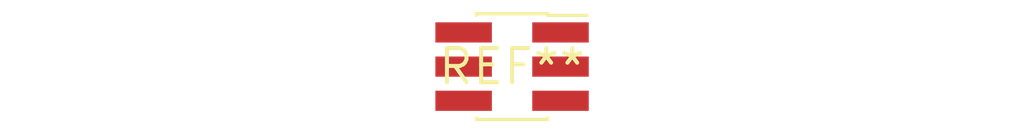
<source format=kicad_pcb>
(kicad_pcb (version 20240108) (generator pcbnew)
  (layers (0 "F.Cu" signal) (31 "B.Cu" signal) (34 "B.Paste" user) (35 "F.Paste" user) (36 "B.SilkS" user "B.Silkscreen") (37 "F.SilkS" user "F.Silkscreen") (38 "B.Mask" user) (39 "F.Mask" user) (44 "Edge.Cuts" user))
  (net 0 "")
  (footprint "PinSocket_2x03_P1.27mm_Vertical_SMD" (layer "F.Cu") (at 0 0)
    (property "Reference" "REF**")
    (property "Value" "PinSocket_2x03_P1.27mm_Vertical_SMD")
    (fp_line (start -1.33 -1.965) (end -1.33 -1.905) (layer "F.SilkS") (stroke (width 0.12)))
    (fp_line (start -1.33 -1.965) (end 1.33 -1.965) (layer "F.SilkS") (stroke (width 0.12)))
    (fp_line (start -1.33 1.905) (end -1.33 1.965) (layer "F.SilkS") (stroke (width 0.12)))
    (fp_line (start -1.33 1.965) (end 1.33 1.965) (layer "F.SilkS") (stroke (width 0.12)))
    (fp_line (start 1.33 -1.965) (end 1.33 -1.905) (layer "F.SilkS") (stroke (width 0.12)))
    (fp_line (start 1.33 -1.905) (end 2.79 -1.905) (layer "F.SilkS") (stroke (width 0.12)))
    (fp_line (start 1.33 1.905) (end 1.33 1.965) (layer "F.SilkS") (stroke (width 0.12)))
    (pad "1" smd rect (at 1.8 -1.27) (size 2.1 0.75) (layers "F.Cu" "F.Paste" "F.Mask"))
    (pad "2" smd rect (at -1.8 -1.27) (size 2.1 0.75) (layers "F.Cu" "F.Paste" "F.Mask"))
    (pad "3" smd rect (at 1.8 0) (size 2.1 0.75) (layers "F.Cu" "F.Paste" "F.Mask"))
    (pad "4" smd rect (at -1.8 0) (size 2.1 0.75) (layers "F.Cu" "F.Paste" "F.Mask"))
    (pad "5" smd rect (at 1.8 1.27) (size 2.1 0.75) (layers "F.Cu" "F.Paste" "F.Mask"))
    (pad "6" smd rect (at -1.8 1.27) (size 2.1 0.75) (layers "F.Cu" "F.Paste" "F.Mask"))
  )
)
</source>
